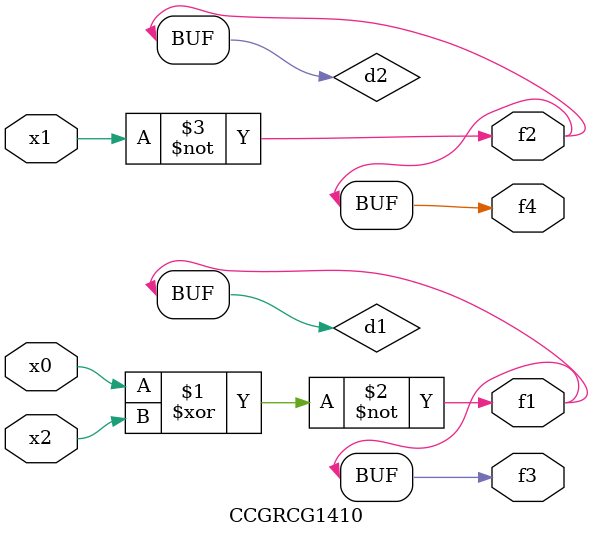
<source format=v>
module CCGRCG1410(
	input x0, x1, x2,
	output f1, f2, f3, f4
);

	wire d1, d2, d3;

	xnor (d1, x0, x2);
	nand (d2, x1);
	nor (d3, x1, x2);
	assign f1 = d1;
	assign f2 = d2;
	assign f3 = d1;
	assign f4 = d2;
endmodule

</source>
